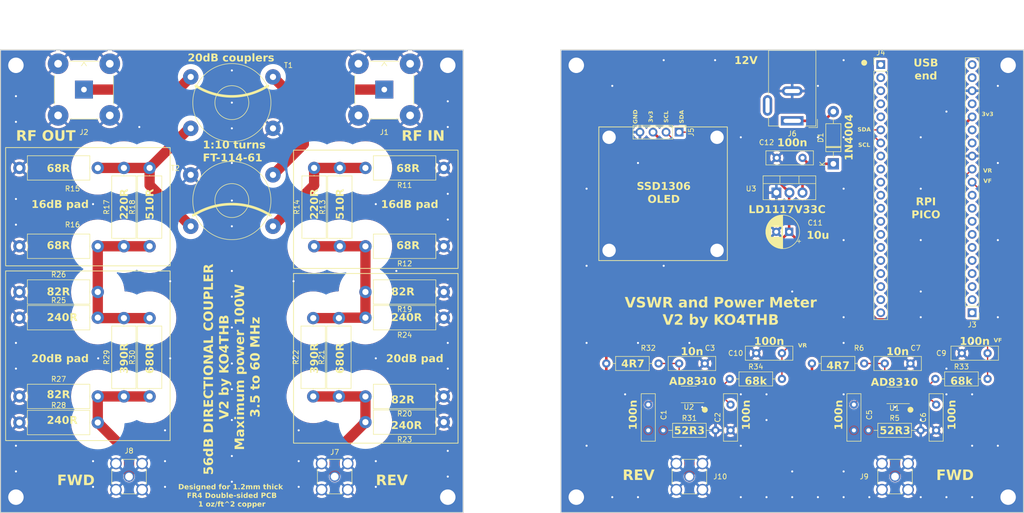
<source format=kicad_pcb>
(kicad_pcb (version 20221018) (generator pcbnew)
  (title_block (title "HF VSWR and Power Meter") (date "2023-12-22") (rev "2") (company "KO4THB"))
  (layers (0 "F.Cu" signal) (31 "B.Cu" signal) (34 "B.Paste" user) (35 "F.Paste" user) (36 "B.SilkS" user "B.Silkscreen") (37 "F.SilkS" user "F.Silkscreen") (38 "B.Mask" user) (39 "F.Mask" user) (44 "Edge.Cuts" user))
  (net 0 "")
  (net 1 "/Pmeas_in_REV")
  (net 2 "GND")
  (net 3 "Net-(U2-ENBL)")
  (net 4 "/Pmeas_in_FWD")
  (net 5 "Net-(U1-ENBL)")
  (net 6 "/VF")
  (net 7 "/VR")
  (net 8 "+3.3V")
  (net 9 "Net-(D1-K)")
  (net 10 "+12V")
  (net 31 "/SDA")
  (net 32 "/SCL")
  (net 46 "Net-(U1-VOUT)")
  (net 47 "Net-(U2-VOUT)")
  (net 50 "/RFIN")
  (net 51 "/RFOUT")
  (net 52 "/REV_-20")
  (net 53 "/REV_-36")
  (net 54 "/FWD_-20")
  (net 55 "/FWD_-36")
  (net 56 "/INHI_R")
  (net 57 "/INLO_R")
  (net 58 "/INHI_F")
  (net 59 "/INLO_F")
  (footprint "Resistor_THT:R_Axial_DIN0414_L11.9mm_D4.5mm_P15.24mm_Horizontal" (layer "F.Cu") (at 132.225 110.41 180)
    (fp_text reference "R23")
    (fp_text value "82")
  )
  (footprint "Transformer_THT:Transformer_Toroid_Horizontal_D14.0mm_Amidon-T50" (layer "F.Cu") (at 99 43.26 180)
    (fp_text reference "T1")
    (fp_text value "1:10 turns ratio")
  )
  (footprint "Capacitor_THT:C_Disc_D9.0mm_W2.5mm_P5.00mm" (layer "F.Cu") (at 228 112 90)
    (fp_text reference "C6")
    (fp_text value "100n")
  )
  (footprint "Resistor_THT:R_Axial_DIN0414_L11.9mm_D4.5mm_P15.24mm_Horizontal" (layer "F.Cu") (at 132.225 90.09 180)
    (fp_text reference "R24")
    (fp_text value "240")
  )
  (footprint "Resistor_THT:R_Axial_DIN0414_L11.9mm_D4.5mm_P15.24mm_Horizontal" (layer "F.Cu") (at 132.225 60.96 180)
    (fp_text reference "R11")
    (fp_text value "68")
  )
  (footprint "Connector_PinHeader_2.54mm:PinHeader_1x20_P2.54mm_Vertical" (layer "F.Cu") (at 235 89.125 180)
    (fp_text reference "J3")
    (fp_text value "Conn_01x20_Socket")
  )
  (footprint "Package_TO_SOT_THT:TO-220-3_Vertical" (layer "F.Cu") (at 196.92 65.77)
    (fp_text reference "U3")
    (fp_text value "LD1117S33TR_TO220")
  )
  (footprint "Diode_THT:D_DO-41_SOD81_P10.16mm_Horizontal" (layer "F.Cu") (at 208 60.16 90)
    (fp_text reference "D1")
    (fp_text value "1N4004")
  )
  (footprint "Resistor_THT:R_Axial_DIN0414_L11.9mm_D4.5mm_P15.24mm_Horizontal" (layer "F.Cu") (at 70 105.41 90)
    (fp_text reference "R29")
    (fp_text value "390")
  )
  (footprint "Capacitor_THT:C_Disc_D9.0mm_W2.5mm_P5.00mm" (layer "F.Cu") (at 172 112 90)
    (fp_text reference "C1")
    (fp_text value "100n")
  )
  (footprint "Resistor_THT:R_Axial_DIN0414_L11.9mm_D4.5mm_P15.24mm_Horizontal" (layer "F.Cu") (at 132.225 85.09 180)
    (fp_text reference "R19")
    (fp_text value "82")
  )
  (footprint "Connector_Coaxial:SMA_Amphenol_901-144_Vertical" (layer "F.Cu") (at 71 121)
    (fp_text reference "J8")
    (fp_text value "Conn_Coaxial")
  )
  (footprint "Resistor_THT:R_Axial_DIN0414_L11.9mm_D4.5mm_P15.24mm_Horizontal" (layer "F.Cu") (at 75 105.41 90)
    (fp_text reference "R30")
    (fp_text value "680")
  )
  (footprint "Capacitor_THT:C_Disc_D9.0mm_W2.5mm_P5.00mm" (layer "F.Cu") (at 193 97)
    (fp_text reference "C10")
    (fp_text value "100n")
  )
  (footprint "Capacitor_THT:C_Disc_D9.0mm_W2.5mm_P5.00mm" (layer "F.Cu") (at 212 112 90)
    (fp_text reference "C5")
    (fp_text value "100n")
  )
  (footprint "Resistor_THT:R_Axial_DIN0207_L6.3mm_D2.5mm_P10.16mm_Horizontal" (layer "F.Cu") (at 227.84 102)
    (fp_text reference "R33")
    (fp_text value "68k")
  )
  (footprint "Package_SO:MSOP-8_3x3mm_P0.65mm" (layer "F.Cu") (at 219.8875 105.21 180)
    (fp_text reference "U1")
    (fp_text value "AD8310")
  )
  (footprint "Capacitor_THT:C_Disc_D9.0mm_W2.5mm_P5.00mm" (layer "F.Cu") (at 188 112 90)
    (fp_text reference "C2")
    (fp_text value "100n")
  )
  (footprint "Connector_Coaxial:SMA_Amphenol_901-144_Vertical" (layer "F.Cu") (at 111 121)
    (fp_text reference "J7")
    (fp_text value "Conn_Coaxial")
  )
  (footprint "Resistor_THT:R_Axial_DIN0414_L11.9mm_D4.5mm_P15.24mm_Horizontal" (layer "F.Cu") (at 49.68 110.49)
    (fp_text reference "R28")
    (fp_text value "82")
  )
  (footprint "Resistor_THT:R_Axial_DIN0414_L11.9mm_D4.5mm_P15.24mm_Horizontal" (layer "F.Cu") (at 132.225 105.41 180)
    (fp_text reference "R20")
    (fp_text value "240")
  )
  (footprint "Resistor_THT:R_Axial_DIN0207_L6.3mm_D2.5mm_P10.16mm_Horizontal" (layer "F.Cu") (at 174 99 180)
    (fp_text reference "R32")
    (fp_text value "4.7R")
  )
  (footprint "Connector_Coaxial:BNC_TEConnectivity_1478035_Horizontal" (layer "F.Cu") (at 120.65 45.72)
    (fp_text reference "J1")
    (fp_text value "RFIN")
  )
  (footprint "Package_SO:MSOP-8_3x3mm_P0.65mm" (layer "F.Cu") (at 179.8875 105.025 180)
    (fp_text reference "U2")
    (fp_text value "AD8310")
  )
  (footprint "Connector_BarrelJack:BarrelJack_Wuerth_6941xx301002" (layer "F.Cu") (at 200 51.8 180)
    (fp_text reference "J6")
    (fp_text value "Barrel_Jack")
  )
  (footprint "Resistor_THT:R_Axial_DIN0207_L6.3mm_D2.5mm_P10.16mm_Horizontal" (layer "F.Cu") (at 187.84 102)
    (fp_text reference "R34")
    (fp_text value "68k")
  )
  (footprint "Resistor_THT:R_Axial_DIN0414_L11.9mm_D4.5mm_P15.24mm_Horizontal" (layer "F.Cu") (at 75 76.2 90)
    (fp_text reference "R18")
    (fp_text value "510")
  )
  (footprint "Capacitor_THT:C_Disc_D9.0mm_W2.5mm_P5.00mm" (layer "F.Cu") (at 183 99 180)
    (fp_text reference "C3")
    (fp_text value "10n")
  )
  (footprint "Capacitor_THT:CP_Radial_D6.3mm_P2.50mm" (layer "F.Cu") (at 199.4 73.39 180)
    (fp_text reference "C11")
    (fp_text value "10 uF")
  )
  (footprint "Resistor_THT:R_Axial_DIN0207_L6.3mm_D2.5mm_P10.16mm_Horizontal" (layer "F.Cu") (at 174.92 112)
    (fp_text reference "R31")
    (fp_text value "52.3R")
  )
  (footprint "Connector_Coaxial:SMA_Amphenol_901-144_Vertical" (layer "F.Cu") (at 220 121)
    (fp_text reference "J9")
    (fp_text value "Conn_Coaxial")
  )
  (footprint "Connector_Coaxial:BNC_TEConnectivity_1478035_Horizontal" (layer "F.Cu") (at 62.23 45.72)
    (fp_text reference "J2")
    (fp_text value "RFOUT")
  )
  (footprint "Connector_PinHeader_2.54mm:PinHeader_1x04_P2.54mm_Vertical" (layer "F.Cu") (at 178 54 -90)
    (fp_text reference "J5")
    (fp_text value "Conn_01x04_Socket")
  )
  (footprint "Resistor_THT:R_Axial_DIN0414_L11.9mm_D4.5mm_P15.24mm_Horizontal" (layer "F.Cu") (at 49.68 105.41)
    (fp_text reference "R27")
    (fp_text value "240")
  )
  (footprint "Transformer_THT:Transformer_Toroid_Horizontal_D14.0mm_Amidon-T50" (layer "F.Cu") (at 83 72.31)
    (fp_text reference "T2")
    (fp_text value "1:10 turns ratio")
  )
  (footprint "Resistor_THT:R_Axial_DIN0414_L11.9mm_D4.5mm_P15.24mm_Horizontal" (layer "F.Cu") (at 49.68 76.2)
    (fp_text reference "R16")
    (fp_text value "68")
  )
  (footprint "Resistor_THT:R_Axial_DIN0207_L6.3mm_D2.5mm_P10.16mm_Horizontal" (layer "F.Cu") (at 214 99 180)
    (fp_text reference "R6")
    (fp_text value "4.7R")
  )
  (footprint "Capacitor_THT:C_Disc_D9.0mm_W2.5mm_P5.00mm" (layer "F.Cu") (at 223 99 180)
    (fp_text reference "C7")
    (fp_text value "10n")
  )
  (footprint "Resistor_THT:R_Axial_DIN0414_L11.9mm_D4.5mm_P15.24mm_Horizontal" (layer "F.Cu") (at 107 76.2 90)
    (fp_text reference "R14")
    (fp_text value "510")
  )
  (footprint "Resistor_THT:R_Axial_DIN0414_L11.9mm_D4.5mm_P15.24mm_Horizontal" (layer "F.Cu") (at 132.225 76.2 180)
    (fp_text reference "R12")
    (fp_text value "68")
  )
  (footprint "Capacitor_THT:C_Disc_D9.0mm_W2.5mm_P5.00mm" (layer "F.Cu") (at 197 59)
    (fp_text reference "C12")
    (fp_text value "100n")
  )
  (footprint "Resistor_THT:R_Axial_DIN0414_L11.9mm_D4.5mm_P15.24mm_Horizontal" (layer "F.Cu") (at 106.825 105.41 90)
    (fp_text reference "R22")
    (fp_text value "680")
  )
  (footprint "Connector_PinHeader_2.54mm:PinHeader_1x20_P2.54mm_Vertical" (layer "F.Cu") (at 217.22 40.865)
    (fp_text reference "J4")
    (fp_text value "Conn_01x20_Socket")
  )
  (footprint "Resistor_THT:R_Axial_DIN0414_L11.9mm_D4.5mm_P15.24mm_Horizontal" (layer "F.Cu") (at 49.68 60.96)
    (fp_text reference "R15")
    (fp_text value "68")
  )
  (footprint "Resistor_THT:R_Axial_DIN0414_L11.9mm_D4.5mm_P15.24mm_Horizontal" (layer "F.Cu") (at 49.68 85.09)
    (fp_text reference "R26")
    (fp_text value "82")
  )
  (footprint "Resistor_THT:R_Axial_DIN0414_L11.9mm_D4.5mm_P15.24mm_Horizontal" (layer "F.Cu") (at 49.68 90.09)
    (fp_text reference "R25")
    (fp_text value "240")
  )
  (footprint "Capacitor_THT:C_Disc_D9.0mm_W2.5mm_P5.00mm" (layer "F.Cu") (at 233 97)
    (fp_text reference "C9")
    (fp_text value "100n")
  )
  (footprint "Connector_Coaxial:SMA_Amphenol_901-144_Vertical" (layer "F.Cu") (at 180 121)
    (fp_text reference "J10")
    (fp_text value "Conn_Coaxial")
  )
  (footprint "Resistor_THT:R_Axial_DIN0207_L6.3mm_D2.5mm_P10.16mm_Horizontal" (layer "F.Cu") (at 214.84 112)
    (fp_text reference "R5")
    (fp_text value "52.3R")
  )
  (footprint "Resistor_THT:R_Axial_DIN0414_L11.9mm_D4.5mm_P15.24mm_Horizontal" (layer "F.Cu") (at 112 76.2 90)
    (fp_text reference "R13")
    (fp_text value "220")
  )
  (footprint "Resistor_THT:R_Axial_DIN0414_L11.9mm_D4.5mm_P15.24mm_Horizontal" (layer "F.Cu") (at 70 76.2 90)
    (fp_text reference "R17")
    (fp_text value "220")
  )
  (footprint "Resistor_THT:R_Axial_DIN0414_L11.9mm_D4.5mm_P15.24mm_Horizontal" (layer "F.Cu") (at 111.825 105.41 90)
    (fp_text reference "R21")
    (fp_text value "390")
  )
  (gr_circle (center 223 108) (end 223.5 108) (stroke (width 0.15)) (fill solid) (layer "F.SilkS"))
  (gr_rect (start 47 81) (end 79 114) (stroke (width 0.15)) (fill none) (layer "F.SilkS"))
  (gr_circle (center 183 108) (end 183.5 108) (stroke (width 0.15)) (fill solid) (layer "F.SilkS"))
  (gr_arc (start 83.483743 70.188739) (mid 91 68) (end 98.516257 70.188739) (stroke (width 0.5)) (layer "F.SilkS"))
  (gr_arc (start 98 44.999999) (mid 91 47.038404) (end 84 44.999999) (stroke (width 0.5)) (layer "F.SilkS"))
  (gr_rect (start 162.379 52.984) (end 187.379 78.984) (stroke (width 0.15)) (fill none) (layer "F.SilkS"))
  (gr_circle (center 214 40.5) (end 214.5 40.5) (stroke (width 0.15)) (fill solid) (layer "F.SilkS"))
  (gr_rect (start 103 81.5) (end 135 114.5) (stroke (width 0.15)) (fill none) (layer "F.SilkS"))
  (gr_rect (start 47 57) (end 79 80) (stroke (width 0.15)) (fill none) (layer "F.SilkS"))
  (gr_rect (start 103 57.5) (end 135 80.5) (stroke (width 0.15)) (fill none) (layer "F.SilkS"))
  (gr_rect (start 155 38) (end 245 128) (stroke (width 0.2)) (fill none) (layer "Edge.Cuts"))
  (gr_rect (start 46 38) (end 136 128) (stroke (width 0.2)) (fill none) (layer "Edge.Cuts"))
  (gr_text "68R" (at 123 62) (layer "F.SilkS") (effects (font (size 1.5 1.5) (thickness 0.2) bold) (justify left bottom)))
  (gr_text "100n" (at 210 109 90) (layer "F.SilkS") (effects (font (size 1.5 1.5) (thickness 0.2) bold) (justify bottom)))
  (gr_text "510R" (at 76 71 90) (layer "F.SilkS") (effects (font (size 1.5 1.5) (thickness 0.2) bold) (justify left bottom)))
  (gr_text "12V" (at 191 41) (layer "F.SilkS") (effects (font (size 1.5 1.5) (thickness 0.2) bold) (justify bottom)))
  (gr_text "RPI\nPICO" (at 226 71) (layer "F.SilkS") (effects (font (size 1.5 1.5) (thickness 0.2) bold) (justify bottom)))
  (gr_text "510R" (at 113 71 90) (layer "F.SilkS") (effects (font (size 1.5 1.5) (thickness 0.2) bold) (justify left bottom)))
  (gr_text "VF" (at 240 95) (layer "F.SilkS") (effects (font (size 0.8 0.8) (thickness 0.2) bold) (justify bottom)))
  (gr_text "100n" (at 200 57) (layer "F.SilkS") (effects (font (size 1.5 1.5) (thickness 0.2) bold) (justify bottom)))
  (gr_text "68R" (at 55 62) (layer "F.SilkS") (effects (font (size 1.5 1.5) (thickness 0.2) bold) (justify left bottom)))
  (gr_text "220R" (at 71 71 90) (layer "F.SilkS") (effects (font (size 1.5 1.5) (thickness 0.2) bold) (justify left bottom)))
  (gr_text "VR" (at 202 96) (layer "F.SilkS") (effects (font (size 0.8 0.8) (thickness 0.2) bold) (justify bottom)))
  (gr_text "SDA" (at 179 51 90) (layer "F.SilkS") (effects (font (size 0.8 0.8) (thickness 0.2) bold) (justify bottom)))
  (gr_text "4R7" (at 208.92 100.37) (layer "F.SilkS") (effects (font (size 1.5 1.5) (thickness 0.2) bold) (justify bottom)))
  (gr_text "240R" (at 55 111) (layer "F.SilkS") (effects (font (size 1.5 1.5) (thickness 0.2) bold) (justify left bottom)))
  (gr_text "SDA" (at 214 54) (layer "F.SilkS") (effects (font (size 0.8 0.8) (thickness 0.2) bold) (justify bottom)))
  (gr_text "FWD" (at 57 123) (layer "F.SilkS") (effects (font (size 2 2) (thickness 0.2) bold) (justify left bottom)))
  (gr_text "680R" (at 76 101 90) (layer "F.SilkS") (effects (font (size 1.5 1.5) (thickness 0.2) bold) (justify left bottom)))
  (gr_text "REV" (at 119 123) (layer "F.SilkS") (effects (font (size 2 2) (thickness 0.2) bold) (justify left bottom)))
  (gr_text "16dB pad" (at 52 69) (layer "F.SilkS") (effects (font (size 1.5 1.5) (thickness 0.2) bold) (justify left bottom)))
  (gr_text "82R" (at 122 86) (layer "F.SilkS") (effects (font (size 1.5 1.5) (thickness 0.2) bold) (justify left bottom)))
  (gr_text "68k" (at 192.92 103.37) (layer "F.SilkS") (effects (font (size 1.5 1.5) (thickness 0.2) bold) (justify bottom)))
  (gr_text "4R7" (at 169 100) (layer "F.SilkS") (effects (font (size 1.5 1.5) (thickness 0.2) bold) (justify bottom)))
  (gr_text "10u" (at 205 75) (layer "F.SilkS") (effects (font (size 1.5 1.5) (thickness 0.2) bold) (justify bottom)))
  (gr_text "52R3" (at 180 113) (layer "F.SilkS") (effects (font (size 1.5 1.5) (thickness 0.2) bold) (justify bottom)))
  (gr_text "56dB DIRECTIONAL COUPLER \nV2 by KO4THB\nMaximum power 100W\n3.5 to 60 MHz" (at 96.7 99.7 90) (layer "F.SilkS") (effects (font (size 1.8 1.8) (thickness 0.2) bold) (justify bottom)))
  (gr_text "RF IN" (at 124 56) (layer "F.SilkS") (effects (font (size 2 2) (thickness 0.2) bold) (justify left bottom)))
  (gr_text "Designed for 1.2mm thick \nFR4 Double-sided PCB\n1 oz/ft^2 copper" (at 91 127) (layer "F.SilkS") (effects (font (size 1 1) (thickness 0.2) bold) (justify bottom)))
  (gr_text "3v3" (at 238 51) (layer "F.SilkS") (effects (font (size 0.8 0.8) (thickness 0.2) bold) (justify bottom)))
  (gr_text "68R" (at 123 77) (layer "F.SilkS") (effects (font (size 1.5 1.5) (thickness 0.2) bold) (justify left bottom)))
  (gr_text "240R" (at 122 112) (layer "F.SilkS") (effects (font (size 1.5 1.5) (thickness 0.2) bold) (justify left bottom)))
  (gr_text "240R" (at 55 91) (layer "F.SilkS") (effects (font (size 1.5 1.5) (thickness 0.2) bold) (justify left bottom)))
  (gr_text "1:10 turns\nFT-114-61" (at 85.344 59.944) (layer "F.SilkS") (effects (font (size 1.5 1.5) (thickness 0.2) bold) (justify left bottom)))
  (gr_text "680R" (at 113 101 90) (layer "F.SilkS") (effects (font (size 1.5 1.5) (thickness 0.2) bold) (justify left bottom)))
  (gr_text "100n" (at 235.5 95.63) (layer "F.SilkS") (effects (font (size 1.5 1.5) (thickness 0.2) bold) (justify bottom)))
  (gr_text "REV" (at 167 122) (layer "F.SilkS") (effects (font (size 2 2) (thickness 0.2) bold) (justify left bottom)))
  (gr_text "3v3" (at 173 51 90) (layer "F.SilkS") (effects (font (size 0.8 0.8) (thickness 0.2) bold) (justify bottom)))
  (gr_text "82R" (at 55 106) (layer "F.SilkS") (effects (font (size 1.5 1.5) (thickness 0.2) bold) (justify left bottom)))
  (gr_text "10n" (at 220.5 97.63) (layer "F.SilkS") (effects (font (size 1.5 1.5) (thickness 0.2) bold) (justify bottom)))
  (gr_text "FWD" (at 228 122) (layer "F.SilkS") (effects (font (size 2 2) (thickness 0.2) bold) (justify left bottom)))
  (gr_text "VF" (at 238 64) (layer "F.SilkS") (effects (font (size 0.8 0.8) (thickness 0.2) bold) (justify bottom)))
  (gr_text "390R" (at 71 101 90) (layer "F.SilkS") (effects (font (size 1.5 1.5) (thickness 0.2) bold) (justify left bottom)))
  (gr_text "100n" (at 195.5 95.63) (layer "F.SilkS") (effects (font (size 1.5 1.5) (thickness 0.2) bold) (justify bottom)))
  (gr_text "100n" (at 232 109 90) (layer "F.SilkS") (effects (font (size 1.5 1.5) (thickness 0.2) bold) (justify bottom)))
  (gr_text "20dB pad" (at 121 99) (layer "F.SilkS") (effects (font (size 1.5 1.5) (thickness 0.2) bold) (justify left bottom)))
  (gr_text "LD1117V33C" (at 199 70) (layer "F.SilkS") (effects (font (size 1.5 1.5) (thickness 0.2) bold) (justify bottom)))
  (gr_text "RF OUT" (at 49 56) (layer "F.SilkS") (effects (font (size 2 2) (thickness 0.2) bold) (justify left bottom)))
  (gr_text "20dB pad" (at 52 99) (layer "F.SilkS") (effects (font (size 1.5 1.5) (thickness 0.2) bold) (justify left bottom)))
  (gr_text "SCL" (at 176 51 90) (layer "F.SilkS") (effects (font (size 0.8 0.8) (thickness 0.2) bold) (justify bottom)))
  (gr_text "82R" (at 122 107) (layer "F.SilkS") (effects (font (size 1.5 1.5) (thickness 0.2) bold) (justify left bottom)))
  (gr_text "SSD1306\nOLED" (at 175 68) (layer "F.SilkS") (effects (font (size 1.5 1.5) (thickness 0.2) bold) (justify bottom)))
  (gr_text "20dB couplers" (at 82.4 40.5) (layer "F.SilkS") (effects (font (size 1.5 1.5) (thickness 0.2) bold) (justify left bottom)))
  (gr_text "220R" (at 108 71 90) (layer "F.SilkS") (effects (font (size 1.5 1.5) (thickness 0.2) bold) (justify left bottom)))
  (gr_text "GND" (at 170 51 90) (layer "F.SilkS") (effects (font (size 0.8 0.8) (thickness 0.2) bold) (justify bottom)))
  (gr_text "68R" (at 55 77) (layer "F.SilkS") (effects (font (size 1.5 1.5) (thickness 0.2) bold) (justify left bottom)))
  (gr_text "68k" (at 232.92 103.37) (layer "F.SilkS") (effects (font (size 1.5 1.5) (thickness 0.2) bold) (justify bottom)))
  (gr_text "USB\nend" (at 226 44) (layer "F.SilkS") (effects (font (size 1.5 1.5) (thickness 0.2) bold) (justify bottom)))
  (gr_text "390R" (at 108 101 90) (layer "F.SilkS") (effects (font (size 1.5 1.5) (thickness 0.2) bold) (justify left bottom)))
  (gr_text "AD8310" (at 180.6375 103.415) (layer "F.SilkS") (effects (font (size 1.5 1.5) (thickness 0.2) bold) (justify bottom)))
  (gr_text "SCL" (at 214 57) (layer "F.SilkS") (effects (font (size 0.8 0.8) (thickness 0.2) bold) (justify bottom)))
  (gr_text "16dB pad" (at 120 69) (layer "F.SilkS") (effects (font (size 1.5 1.5) (thickness 0.2) bold) (justify left bottom)))
  (gr_text "100n" (at 170 109 90) (layer "F.SilkS") (effects (font (size 1.5 1.5) (thickness 0.2) bold) (justify bottom)))
  (gr_text "100n" (at 192 109 90) (layer "F.SilkS") (effects (font (size 1.5 1.5) (thickness 0.2) bold) (justify bottom)))
  (gr_text "82R" (at 55 86) (layer "F.SilkS") (effects (font (size 1.5 1.5) (thickness 0.2) bold) (justify left bottom)))
  (gr_text "1N4004" (at 212 55 90) (layer "F.SilkS") (effects (font (size 1.5 1.5) (thickness 0.2) bold) (justify bottom)))
  (gr_text "VR" (at 238 62) (layer "F.SilkS") (effects (font (size 0.8 0.8) (thickness 0.2) bold) (justify bottom)))
  (gr_text "VSWR and Power Meter\nV2 by KO4THB" (at 186.1 91.8) (layer "F.SilkS") (effects (font (size 2 2) (thickness 0.2) bold) (justify bottom)))
  (gr_text "10n" (at 180.5 97.63) (layer "F.SilkS") (effects (font (size 1.5 1.5) (thickness 0.2) bold) (justify bottom)))
  (gr_text "AD8310" (at 219.8875 103.6) (layer "F.SilkS") (effects (font (size 1.5 1.5) (thickness 0.2) bold) (justify bottom)))
  (gr_text "240R" (at 122 91) (layer "F.SilkS") (effects (font (size 1.5 1.5) (thickness 0.2) bold) (justify left bottom)))
  (gr_text "52R3" (at 220 113) (layer "F.SilkS") (effects (font (size 1.5 1.5) (thickness 0.2) bold) (justify bottom)))
  (segment (start 106.825 105.41) (end 111.825 105.41) (width 2) (layer "F.Cu") (net 1))
  (segment (start 116.985 105.41) (end 116.985 110.41) (width 2) (layer "F.Cu") (net 1))
  (segment (start 111 116.395) (end 116.985 110.41) (width 2) (layer "F.Cu") (net 1))
  (segment (start 174.92 112) (end 172 112) (width 2) (layer "F.Cu") (net 1))
  (segment (start 177.042439 114.122439) (end 175.061219 112.141219) (width 2) (layer "F.Cu") (net 1))
  (segment (start 180 115.122439) (end 179 114.122439) (width 2) (layer "F.Cu") (net 1))
  (segment (start 111 121) (end 111 116.395) (width 2) (layer "F.Cu") (net 1))
  (segment (start 111.825 105.41) (end 116.985 105.41) (width 2) (layer "F.Cu") (net 1))
  (segment (start 179 114.122439) (end 177.042439 114.122439) (width 2) (layer "F.Cu") (net 1))
  (segment (start 180 121) (end 180 115.122439) (width 2) (layer "F.Cu") (net 1))
  (segment (start 180.35 101.65) (end 183 99) (width 0.25) (layer "F.Cu") (net 2))
  (segment (start 192 101) (end 192 98) (width 0.25) (layer "F.Cu") (net 2))
  (segment (start 188 105) (end 192 101) (width 0.25) (layer "F.Cu") (net 2))
  (segment (start 192 98) (end 193 97) (width 0.25) (layer "F.Cu") (net 2))
  (segment (start 180.35 105.35) (end 180.35 101.65) (width 0.25) (layer "F.Cu") (net 2))
  (segment (start 220 105) (end 220 102) (width 0.25) (layer "F.Cu") (net 2))
  (segment (start 222 105.535) (end 223.465 105.535) (width 0.25) (layer "F.Cu") (net 2))
  (segment (start 220.535 105.535) (end 220 105) (width 0.25) (layer "F.Cu") (net 2))
  (segment (start 224 105) (end 227 105) (width 0.25) (layer "F.Cu") (net 2))
  (segment (start 223.465 105.535) (end 224 105) (width 0.25) (layer "F.Cu") (net 2))
  (segment (start 182 105.35) (end 183.65 105.35) (width 0.25) (layer "F.Cu") (net 2))
  (segment (start 222 105.535) (end 220.535 105.535) (width 0.25) (layer "F.Cu") (net 2))
  (segment (start 182 105.35) (end 180.35 105.35) (width 0.25) (layer "F.Cu") (net 2))
  (segment (start 184 105) (end 188 105) (width 0.25) (layer "F.Cu") (net 2))
  (segment (start 227 105) (end 232 100) (width 0.25) (layer "F.Cu") (net 2))
  (segment (start 232 98) (end 233 97) (width 0.25) (layer "F.Cu") (net 2))
  (segment (start 220 102) (end 223 99) (width 0.25) (layer "F.Cu") (net 2))
  (segment (start 183.65 105.35) (end 184 105) (width 0.25) (layer "F.Cu") (net 2))
  (segment (start 232 100) (end 232 98) (width 0.25) (layer "F.Cu") (net 2))
  (via (at 210 75) (size 0.8) (drill 0.4) (layers "F.Cu" "B.Cu") (net 2))
  (via (at 210 90) (size 0.8) (drill 0.4) (layers "F.Cu" "B.Cu") (net 2))
  (via (at 49 41) (size 4) (drill 3) (layers "F.Cu" "B.Cu") (net 2))
  (via (at 91 72.31) (size 0.8) (drill 0.4) (layers "F.Cu" "B.Cu") (net 2))
  (via (at 79 98) (size 0.8) (drill 0.4) (layers "F.Cu" "B.Cu") (net 2))
  (via (at 240 60) (size 0.8) (drill 0.4) (layers "F.Cu" "B.Cu") (net 2))
  (via (at 220 107.5) (size 0.8) (drill 0.4) (layers "F.Cu" "B.Cu") (net 2))
  (via (at 91 99) (size 0.8) (drill 0.4) (layers "F.Cu" "B.Cu") (net 2))
  (via (at 133 100) (size 0.8) (drill 0.4) (layers "F.Cu" "B.Cu") (net 2))
  (via (at 133 121) (size 0.8) (drill 0.4) (layers "F.Cu" "B.Cu") (net 2))
  (via (at 160 80) (size 0.8) (drill 0.4) (layers "F.Cu" "B.Cu") (net 2))
  (via (at 225 110) (size 0.8) (drill 0.4) (layers "F.Cu" "B.Cu") (net 2))
  (via (at 190 115) (size 0.8) (drill 0.4) (layers "F.Cu" "B.Cu") (net 2))
  (via (at 73 53) (size 0.8) (drill 0.4) (layers "F.Cu" "B.Cu") (net 2))
  (via (at 65 98) (size 0.8) (drill 0.4) (layers "F.Cu" "B.Cu") (net 2))
  (via (at 185.38 77) (size 3.5) (drill 2.6) (layers "F.Cu" "B.Cu") (net 2))
  (via (at 91 60) (size 0.8) (drill 0.4) (layers "F.Cu" "B.Cu") (net 2))
  (via (at 225 65) (size 0.8) (drill 0.4) (layers "F.Cu" "B.Cu") (net 2))
  (via (at 190 105) (size 0.8) (drill 0.4) (layers "F.Cu" "B.Cu") (net 2))
  (via (at 235 115) (size 0.8) (drill 0.4) (layers "F.Cu" "B.Cu") (net 2))
  (via (at 91 67.31) (size 0.8) (drill 0.4) (layers "F.Cu" "B.Cu") (net 2))
  (via (at 133 66) (size 0.8) (drill 0.4) (layers "F.Cu" "B.Cu") (net 2))
  (via (at 242 125) (size 4) (drill 3) (layers "F.Cu" "B.Cu") (net 2))
  (via (at 230 125) (size 0.8) (drill 0.4) (layers "F.Cu" "B.Cu") (net 2))
  (via (at 240 45) (size 0.8) (drill 0.4) (layers "F.Cu" "B.Cu") (net 2))
  (via (at 185.38 55) (size 3.5) (drill 2.6) (layers "F.Cu" "B.Cu") (net 2))
  (via (at 49 47) (size 0.8) (drill 0.4) (layers "F.Cu" "B.Cu") (net 2))
  (via (at 49 95) (size 0.8) (drill 0.4) (layers "F.Cu" "B.Cu") (net 2))
  (via (at 210 55) (size 0.8) (drill 0.4) (layers "F.Cu" "B.Cu") (net 2))
  (via (at 91 81) (size 0.8) (drill 0.4) (layers "F.Cu" "B.Cu") (net 2))
  (via (at 164.38 55) (size 3.5) (drill 2.6) (layers "F.Cu" "B.Cu") (net 2))
  (via (at 195 105) (size 0.8) (drill 0.4) (layers "F.Cu" "B.Cu") (net 2))
  (via (at 160 115) (size 0.8) (drill 0.4) (layers "F.Cu" "B.Cu") (net 2))
  (via (at 200 120) (size 0.8) (drill 0.4) (layers "F.Cu" "B.Cu") (net 2))
  (via (at 49 72) (size 0.8) (drill 0.4) (layers "F.Cu" "B.Cu") (net 2))
  (via (at 49 115) (size 0.8) (drill 0.4) (layers "F.Cu" "B.Cu") (net 2))
  (via (at 215 125) (size 0.8) (drill 0.4) (layers "F.Cu" "B.Cu") (net 2))
  (via (at 210 65) (size 0.8) (drill 0.4) (layers "F.Cu" "B.Cu") (net 2))
  (via (at 170 125) (size 0.8) (drill 0.4) (layers "F.Cu" "B.Cu") (net 2))
  (via (at 64 68) (size 0.8) (drill 0.4) (layers "F.Cu" "B.Cu") (net 2))
  (via (at 240 115) (size 0.8) (drill 0.4) (layers "F.Cu" "B.Cu") (net 2))
  (via (at 235 95) (size 0.8) (drill 0.4) (layers "F.Cu" "B.Cu") (net 2))
  (via (at 91 110) (size 0.8) (drill 0.4) (layers "F.Cu" "B.Cu") (net 2))
  (via (at 91 48.26) (size 0.8) (drill 0.4) (layers "F.Cu" "B.Cu") (net 2))
  (via (at 195 125) (size 0.8) (drill 0.4) (layers "F.Cu" "B.Cu") (net 2))
  (via (at 205 45) (size 0.8) (drill 0.4) (layers "F.Cu" "B.Cu") (net 2))
  (via (at 225 55) (size 0.8) (drill 0.4) (layers "F.Cu" "B.Cu") (net 2))
  (via (at 190 90) (size 0.8) (drill 0.4) (layers "F.Cu" "B.Cu") (net 2))
  (via (at 119 68) (size 0.8) (drill 0.4) (layers "F.Cu" "B.Cu") (net 2))
  (via (at 165 125) (size 0.8) (drill 0.4) (layers "F.Cu" "B.Cu") (net 2))
  (via (at 119 98) (size 0.8) (drill 0.4) (layers "F.Cu" "B.Cu") (net 2))
  (via (at 158 125) (size 4) (drill 3) (layers "F.Cu" "B.Cu") (net 2))
  (via (at 165 45) (size 0.8) (drill 0.4) (layers "F.Cu" "B.Cu") (net 2))
  (via (at 79 83) (size 0.8) (drill 0.4) (layers "F.Cu" "B.Cu") (net 2))
  (via (at 170 95) (size 0.8) (drill 0.4) (layers "F.Cu" "B.Cu") (net 2))
  (via (at 133 48) (size 0.8) (drill 0.4) (layers "F.Cu" "B.Cu") (net 2))
  (via (at 175 40) (size 0.8) (drill 0.4) (layers "F.Cu" "B.Cu") (net 2))
  (via (at 91 92) (size 0.8) (drill 0.4) (layers "F.Cu" "B.Cu") (net 2))
  (via (at 133 95) (size 0.8) (drill 0.4) (layers "F.Cu" "B.Cu") (net 2))
  (via (at 242 41) (size 4) (drill 3) (layers "F.Cu" "B.Cu") (net 2))
  (via (at 91 53.26) (size 0.8) (drill 0.4) (layers "F.Cu" "B.Cu") (net 2))
  (via (at 170 60) (size 0.8) (drill 0.4) (layers "F.Cu" "B.Cu") (net 2))
  (via (at 235 125) (size 0.8) (drill 0.4) (layers "F.Cu" "B.Cu") (net 2))
  (via (at 49 125) (size 4) (drill 3) (layers "F.Cu" "B.Cu") (net 2))
  (via (at 210 120) (size 0.8) (drill 0.4) (layers "F.Cu" "B.Cu") (net 2))
  (via (at 182.5 102.5) (size 0.8) (drill 0.4) (layers "F.Cu" "B.Cu") (net 2))
  (via (at 175 80) (size 0.8) (drill 0.4) (layers "F.Cu" "B.Cu") (net 2))
  (via (at 78 123) (size 0.8) (drill 0.4) (layers "F.Cu" "B.Cu") (net 2))
  (via (at 240 90) (size 0.8) (drill 0.4) (layers "F.Cu" "B.Cu") (net 2))
  (via (at 78 112) (size 0.8) (drill 0.4) (layers "F.Cu" "B.Cu") (net 2))
  (via (at 64 123) (size 0.8) (drill 0.4) (layers "F.Cu" "B.Cu") (net 2))
  (via (at 185 40) (size 0.8) (drill 0.4) (layers "F.Cu" "B.Cu") (net 2))
  (via (at 49 52) (size 0.8) (drill 0.4) (layers "F.Cu" "B.Cu") (net 2))
  (via (at 104 123) (size 0.8) (drill 0.4) (layers "F.Cu" "B.Cu") (net 2))
  (via (at 49 100) (size 0.8) (drill 0.4) (layers "F.Cu" "B.Cu") (net 2))
  (via (at 91 117) (size 0.8) (drill 0.4) (layers "F.Cu" "B.Cu") (net 2))
  (via (at 119 123) (size 0.8) (drill 0.4) (layers "F.Cu" "B.Cu") (net 2))
  (via (at 230 50) (size 0.8) (drill 0.4) (layers "F.Cu" "B.Cu") (net 2))
  (via (at 164.38 77) (size 3.5) (drill 2.6) (layers "F.Cu" "B.Cu") (net 2))
  (via (at 230 105) (size 0.8) (drill 0.4) (layers "F.Cu" "B.Cu") (net 2))
  (via (at 64 118) (size 0.8) (drill 0.4) (layers "F.Cu" "B.Cu") (net 2))
  (via (at 160 65) (size 0.8) (drill 0.4) (layers "F.Cu" "B.Cu") (net 2))
  (via (at 230 100) (size 0.8) (drill 0.4) (layers "F.Cu" "B.Cu") (net 2))
  (via (at 123 81) (size 0.8) (drill 0.4) (layers "F.Cu" "B.Cu") (net 2))
  (via (at 190 125) (size 0.8) (drill 0.4) (layers "F.Cu" "B.Cu") (net 2))
  (via (at 235 105) (size 0.8) (drill 0.4) (layers "F.Cu" "B.Cu") (net 2))
  (via (at 133 53) (size 0.8) (drill 0.4) (layers "F.Cu" "B.Cu") (net 2))
  (via (at 225 75) (size 0.8) (drill 0.4) (layers "F.Cu" "B.Cu") (net 2))
  (via (at 104 112) (size 0.8) (drill 0.4) (layers "F.Cu" "B.Cu") (net 2))
  (via (at 160 95) (size 0.8) (drill 0.4) (layers "F.Cu" "B.Cu") (net 2))
  (via (at 133 116) (size 0.8) (drill 0.4) (layers "F.Cu" "B.Cu") (net 2))
  (via (at 78 118) (size 0.8) (drill 0.4) (layers "F.Cu" "B.Cu") (net 2))
  (via (at 210 95) (size 0.8) (drill 0.4) (layers "F.Cu" "B.Cu") (net 2))
  (via (at 119 118) (size 0.8) (drill 0.4) (layers "F.Cu" "B.Cu") (net 2))
  (via (at 200 125) (size 0.8) (drill 0.4) (layers "F.Cu" "B.Cu") (net 2))
  (via (at 190 55) (size 0.8) (drill 0.4) (layers "F.Cu" "B.Cu") (net 2))
  (via (at 167.5 105) (size 0.8) (drill 0.4) (layers "F.Cu" "B.Cu") (net 2))
  (via (at 104 118) (size 0.8) (drill 0.4) (layers "F.Cu" "B.Cu") (net 2))
  (via (at 182.5 107.5) (size 0.8) (drill 0.4) (layers "F.Cu" "B.Cu") (net 2))
  (via (at 225 90) (size 0.8) (drill 0.4) (layers "F.Cu" "B.Cu") (net 2))
  (via (at 133 41) (size 4) (drill 3) (layers "F.Cu" "B.Cu") (net 2))
  (via (at 91 86) (size 0.8) (drill 0.4) (layers "F.Cu" "B.Cu") (net 2))
  (via (at 205 125) (size 0.8) (drill 0.4) (layers "F.Cu" "B.Cu") (net 2))
  (via (at 133 71) (size 0.8) (drill 0.4) (layers "F.Cu" "B.Cu") (net 2))
  (via (at 158 41) (size 4) (drill 3) (layers "F.Cu" "B.Cu") (net 2))
  (via (at 91 122) (size 0.8) (drill 0.4) (layers "F.Cu" "B.Cu") (net 2))
  (via (at 49 120) (size 0.8) (drill 0.4) (layers "F.Cu" "B.Cu") (net 2))
  (via (at 225 85) (size 0.8) (drill 0.4) (layers "F.Cu" "B.Cu") (net 2))
  (via (at 210 125) (size 0.8) (drill 0.4) (layers "F.Cu" "B.Cu") (net 2))
  (via (at 49 67) (size 0.8) (drill 0.4) (layers "F.Cu" "B.Cu") (net 2))
  (via (at 225 125) (size 0.8) (drill 0.4) (layers "F.Cu" "B.Cu") (net 2))
  (via (at 210 40) (size 0.8) (drill 0.4) (layers "F.Cu" "B.Cu") (net 2))
  (via (at 210 105) (size 0.8) (drill 0.4) (layers "F.Cu" "B.Cu") (net 2))
  (via (at 205 55) (size 0.8) (drill 0.4) (layers "F.Cu" "B.Cu") (net 2))
  (via (at 222.5 102.5) (size 0.8) (drill 0.4) (layers "F.Cu" "B.Cu") (net 2))
  (via (at 91 104) (size 0.8) (drill 0.4) (layers "F.Cu" "B.Cu") (net 2))
  (via (at 240 75) (size 0.8) (drill 0.4) (layers "F.Cu" "B.Cu") (net 2))
  (via (at 91 42) (size 0.8) (drill 0.4) (layers "F.Cu" "B.Cu") (net 2))
  (via (at 133 125) (size 4) (drill 3) (layers "F.Cu" "B.Cu") (net 2))
  (via (at 103 98) (size 0.8) (drill 0.4) (layers "F.Cu" "B.Cu") (net 2))
  (via (at 103 83) (size 0.8) (drill 0.4) (layers "F.Cu" "B.Cu") (net 2))
  (via (at 195 110) (size 0.8) (drill 0.4) (layers "F.Cu" "B.Cu") (net 2))
  (via (at 200 85) (size 0.8) (drill 0.4) (layers "F.Cu" "B.Cu") (net 2))
  (via (at 180 95) (size 0.8) (drill 0.4) (layers "F.Cu" "B.Cu") (net 2))
  (segment (start 177.775 105.35) (end 178.587499 105.35) (width 0.25) (layer "F.Cu") (net 3))
  (segment (start 178 103.825) (end 178 99) (width 0.25) (layer "F.Cu") (net 3))
  (segment (start 179 104.462501) (end 178.587499 104.05) (width 0.25) (layer "F.Cu") (net 3))
  (segment (start 177.775 104.05) (end 178 103.825) (width 0.25) (layer "F.Cu") (net 3))
  (segment (start 179 104.937499) (end 179 104.462501) (width 0.25) (layer "F.Cu") (net 3))
  (segment (start 178 99) (end 174 99) (width 0.25) (layer "F.Cu") (net 3))
  (segment (start 178.587499 104.05) (end 177.775 104.05) (width 0.25) (layer "F.Cu") (net 3))
  (segment (start 178.587499 105.35) (end 179 104.937499) (width 0.25) (layer "F.Cu") (net 3))
  (segment (start 214.84 112) (end 212 112) (width 2) (layer "F.Cu") (net 4))
  (segment (start 70 105.41) (end 75 105.41) (width 2) (layer "F.Cu") (net 4))
  (segment (start 220 121) (end 220 117.16) (width 2) (layer "F.Cu") (net 4))
  (segment (start 64.92 110.49) (end 64.92 105.41) (width 2) (layer "F.Cu") (net 4))
  (segment (start 71 121) (end 71 116.57) (width 2) (layer "F.Cu") (net 4))
  (segment (start 71 116.57) (end 64.92 110.49) (width 2) (layer "F.Cu") (net 4))
  (segment (start 220 117.16) (end 215.021219 112.181219) (width 2) (layer "F.Cu") (net 4))
  (segment (start 64.92 105.41) (end 70 105.41) (width 2) (layer "F.Cu") (net 4))
  (segment (start 217.775 105.535) (end 218.587499 105.535) (width 0.25) (layer "F.Cu") (net 5))
  (segment (start 218 99) (end 214 99) (width 0.25) (layer "F.Cu") (net 5))
  (segment (start 218.9125 104.560001) (end 218.587499 104.235) (width 0.25) (layer "F.Cu") (net 5))
  (segment (start 218.9125 105.209999) (end 218.9125 104.560001) (width 0.25) (layer "F.Cu") (net 5))
  (segment (start 218.587499 104.235) (end 217.775 104.235) (width 0.25) (layer "F.Cu") (net 5))
  (segment (start 218.587499 105.535) (end 218.9125 105.209999) (width 0.25) (layer "F.Cu") (net 5))
  (segment (start 217.775 104.235) (end 218 104.01) (width 0.25) (layer "F.Cu") (net 5))
  (segment (start 218 104.01) (end 218 99) (width 0.25) (layer "F.Cu") (net 5))
  (segment (start 238 102) (end 238 97) (width 0.25) (layer "F.Cu") (net 6))
  (segment (start 238 97) (end 238 66.725) (width 0.25) (layer "F.Cu") (net 6))
  (segment (start 238 66.725) (end 235 63.725) (width 0.25) (layer "F.Cu") (net 6))
  (segment (start 235 61.185) (end 232 64.185) (width 0.25) (layer "F.Cu") (net 7))
  (segment (start 201 94) (end 198 97) (width 0.25) (layer "F.Cu") (net 7))
  (segment (start 229 94) (end 201 94) (width 0.25) (layer "F.Cu") (net 7))
  (segment (start 232 91) (end 229 94) (width 0.25) (layer "F.Cu") (net 7))
  (segment (start 198 102) (end 198 97) (width 0.25) (layer "F.Cu") (net 7))
  (segment (start 232 64.185) (end 232 91) (width 0.25) (layer "F.Cu") (net 7))
  (segment (start 177.125 126.125) (end 163.84 112.84) (width 0.5) (layer "F.Cu") (net 8))
  (segment (start 216.435 90.425) (end 219.575 90.425) (width 0.5) (layer "F.Cu") (net 8))
  (segment (start 172.92 54) (end 180.92 62) (width 0.5) (layer "F.Cu") (net 8))
  (segment (start 163.84 99) (end 163.84 96.16) (width 0.5) (layer "F.Cu") (net 8))
  (segment (start 222 64.025) (end 235 51.025) (width 0.5) (layer "F.Cu") (net 8))
  (segment (start 203.84 99) (end 203.84 108.035) (width 0.5) (layer "F.Cu") (net 8))
  (segment (start 222 88) (end 222 64.025) (width 0.5) (layer "F.Cu") (net 8))
  (segment (start 163.84 112.84) (end 163.84 99) (width 0.5) (layer "F.Cu") (net 8))
  (segment (start 199.4 65.83) (end 199.46 65.77) (width 0.5) (layer "F.Cu") (net 8))
  (segment (start 199.4 73.39) (end 199.4 65.83) (width 0.5) (layer "F.Cu") (net 8))
  (segment (start 185.75 126.125) (end 177.125 126.125) (width 0.5) (layer "F.Cu") (net 8))
  (segment (start 180.92 62) (end 195.69 62) (width 0.5) (layer "F.Cu") (net 8))
  (segment (start 203.84 108.035) (end 185.75 126.125) (width 0.5) (layer "F.Cu") (net 8))
  (segment (start 163.84 96.16) (end 170 90) (width 0.5) (layer "F.Cu") (net 8))
  (segment (start 195.69 62) (end 199.46 65.77) (width 0.5) (layer "F.Cu") (net 8))
  (segment (start 219.575 90.425) (end 222 88) (width 0.5) (layer "F.Cu") (net 8))
  (segment (start 199.4 73.39) (end 216.435 90.425) (width 0.5) (layer "F.Cu") (net 8))
  (segment (start 170 90) (end 182.79 90) (width 0.5) (layer "F.Cu") (net 8))
  (segment (start 182.79 90) (end 199.4 73.39) (width 0.5) (layer "F.Cu") (net 8))
  (segment (start 208 60.16) (end 203.16 60.16) (width 0.5) (layer "F.Cu") (net 9))
  (segment (start 202 61) (end 203 60) (width 0.5) (layer "F.Cu") (net 9))
  (segment (start 202 65.77) (end 202 61) (width 0.5) (layer "F.Cu") (net 9))
  (segment (start 203 60) (end 202 59) (width 0.5) (layer "F.Cu") (net 9))
  (segment (start 203.16 60.16) (end 203 60) (width 0.5) (layer "F.Cu") (net 9))
  (segment (start 206.2 51.8) (end 208 50) (width 0.5) (layer "F.Cu") (net 10))
  (segment (start 200 51.8) (end 206.2 51.8) (width 0.5) (layer "F.Cu") (net 10))
  (segment (start 192.004494 42.995506) (end 207.631902 42.995506) (width 0.25) (layer "F.Cu") (net 31))
  (segment (start 212 50) (end 215.565 53.565) (width 0.25) (layer "F.Cu") (net 31))
  (segment (start 181 54) (end 192.004494 42.995506) (width 0.25) (layer "F.Cu") (net 31))
  (segment (start 215.565 53.565) (end 217.22 53.565) (width 0.25) (layer "F.Cu") (net 31))
  (segment (start 212 47.363604) (end 212 50) (width 0.25) (layer "F.Cu") (net 31))
  (segment (start 178 54) (end 181 54) (width 0.25) (layer "F.Cu") (net 31))
  (segment (start 207.631902 42.995506) (end 212 47.363604) (width 0.25) (layer "F.Cu") (net 31))
  (segment (start 192.554494 43.445506) (end 180 56) (width 0.25) (layer "F.Cu") (net 32))
  (segment (start 217.22 56.105) (end 211 49.885) (width 0.25) (layer "F.Cu") (net 32))
  (segment (start 211 47) (end 207.445506 43.445506) (width 0.25) (layer "F.Cu") (net 32))
  (segment (start 207.445506 43.445506) (end 192.554494 43.445506) (width 0.25) (layer "F.Cu") (net 32))
  (segment (start 211 49.885) (end 211 47) (width 0.25) (layer "F.Cu") (net 32))
  (segment (start 180 56) (end 177.46 56) (width 0.25) (layer "F.Cu") (net 32))
  (segment (start 177.46 56) (end 175.46 54) (width 0.25) (layer "F.Cu") (net 32))
  (segment (start 225.605 104.235) (end 227.84 102) (width 0.25) (layer "F.Cu") (net 46))
  (segment (start 222 104.235) (end 225.605 104.235) (width 0.25) (layer "F.Cu") (net 46))
  (segment (start 182 104.05) (end 185.79 104.05) (width 0.25) (layer "F.Cu") (net 47))
  (segment (start 185.79 104.05) (end 187.84 102) (width 0.25) (layer "F.Cu") (net 47))
  (segment (start 120.65 45.72) (end 105 45.72) (width 2) (layer "F.Cu") (net 50))
  (segment (start 99 62.31) (end 105 56.31) (width 2) (layer "F.Cu") (net 50))
  (segment (start 101.46 45.72) (end 99 43.26) (width 2) (layer "F.Cu") (net 50))
  (segment (start 105 56.31) (end 105 45.72) (width 2) (layer "F.Cu") (net 50))
  (segment (start 105 45.72) (end 101.46 45.72) (width 2) (layer "F.Cu") (net 50))
  (segment (start 62.23 45.72) (end 80.54 45.72) (width 2) (layer "F.Cu") (net 51))
  (segment (start 80.54 45.72) (end 83 43.26) (width 2) (layer "F.Cu") (net 51))
  (segment (start 107 60.96) (end 112 60.96) (width 2) (layer "F.Cu") (net 52))
  (segment (start 112 60.96) (end 116.985 60.96) (width 2) (layer "F.Cu") (net 52))
  (segment (start 107 60.96) (end 107 64.31) (width 2) (layer "F.Cu") (net 52))
  (segment (start 107 64.31) (end 99 72.31) (width 2) (layer "F.Cu") (net 52))
  (segment (start 112 76.2) (end 116.985 76.2) (width 2) (layer "F.Cu") (net 53))
  (segment (start 116.985 76.2) (end 116.985 85.09) (width 2) (layer "F.Cu") (net 53))
  (segment (start 116.985 85.09) (end 116.985 90.09) (width 2) (layer "F.Cu") (net 53))
  (segment (start 107 76.2) (end 112 76.2) (width 2) (layer "F.Cu") (net 53))
  (segment (start 116.985 90.09) (end 111.905 90.09) (width 2) (layer "F.Cu") (net 53))
  (segment (start 111.905 90.09) (end 111.825 90.17) (width 2) (layer "F.Cu") (net 53))
  (segment (start 111.825 90.17) (end 106.825 90.17) (width 2) (layer "F.Cu") (net 53))
  (segment (start 70 60.96) (end 75 60.96) (width 2) (layer "F.Cu") (net 54))
  (segment (start 75 60.96) (end 75 64.31) (width 2) (layer "F.Cu") (net 54))
  (segment (start 75 64.31) (end 83 72.31) (width 2) (layer "F.Cu") (net 54))
  (segment (start 82.7 53.26) (end 75 60.96) (width 2) (layer "F.Cu") (net 54))
  (segment (start 64.92 60.96) (end 70 60.96) (width 2) (layer "F.Cu") (net 54))
  (segment (start 83 53.26) (end 82.7 53.26) (width 2) (layer "F.Cu") (net 54))
  (segment (start 75 90.17) (end 70 90.17) (width 2) (layer "F.Cu") (net 55))
  (segment (start 65 90.17) (end 64.92 90.09) (width 2) (layer "F.Cu") (net 55))
  (segment (start 64.92 90.09) (end 64.92 85.09) (width 2) (layer "F.Cu") (net 55))
  (segment (start 70 90.17) (end 65 90.17) (width 2) (layer "F.Cu") (net 55))
  (segment (start 64.92 76.2) (end 70 76.2) (width 2) (layer "F.Cu") (net 55))
  (segment (start 70 76.2) (end 75 76.2) (width 2) (layer "F.Cu") (net 55))
  (segment (start 64.92 85.09) (end 64.92 76.2) (width 2) (layer "F.Cu") (net 55))
  (segment (start 172.875 106) (end 172 106.875) (width 0.25) (layer "F.Cu") (net 56))
  (segment (start 177.775 106) (end 172.875 106) (width 0.25) (layer "F.Cu") (net 56))
  (segment (start 182 106) (end 187 106) (width 0.25) (layer "F.Cu") (net 57))
  (segment (start 187 106) (end 188 107) (width 0.25) (layer "F.Cu") (net 57))
  (segment (start 217.775 106.185) (end 212.69 106.185) (width 0.25) (layer "F.Cu") (net 58))
  (segment (start 212.69 106.185) (end 212 106.875) (width 0.25) (layer "F.Cu") (net 58))
  (segment (start 222 106.185) (end 227.185 106.185) (width 0.25) (layer "F.Cu") (net 59))
  (segment (start 227.185 106.185) (end 228 107) (width 0.25) (layer "F.Cu") (net 59))
  (zone (net 2) (net_name "GND") (layers "F&B.Cu") (connect_pads (clearance 0.5)) (min_thickness 0.25) (fill yes (thermal_gap 0.5) (thermal_bridge_width 0.5))
    (polygon (pts (xy 46 38) (xy 136 38) (xy 136 128) (xy 46 128)))
  )
  (zone (net 2) (net_name "GND") (layers "F&B.Cu") (priority 1) (connect_pads (clearance 0.5)) (min_thickness 0.25) (fill yes (thermal_gap 0.5) (thermal_bridge_width 0.5))
    (polygon (pts (xy 155 38) (xy 245 38) (xy 245 128) (xy 155 128)))
  )
)
</source>
